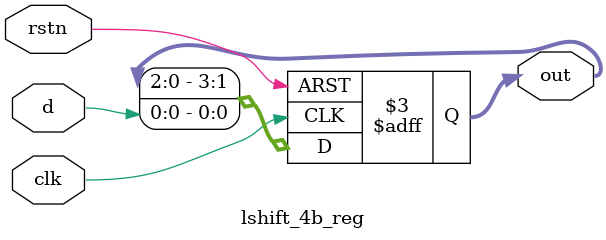
<source format=v>
module lshift_4b_reg(
    input clk,
    input rstn,
    input d,
    output reg [3:0] out
);

    always @(posedge clk or negedge rstn) begin
        if(!rstn) begin
            out <= 0;
        end
        else begin
            out <= {out[2:0], d};
        end
    end
endmodule
</source>
